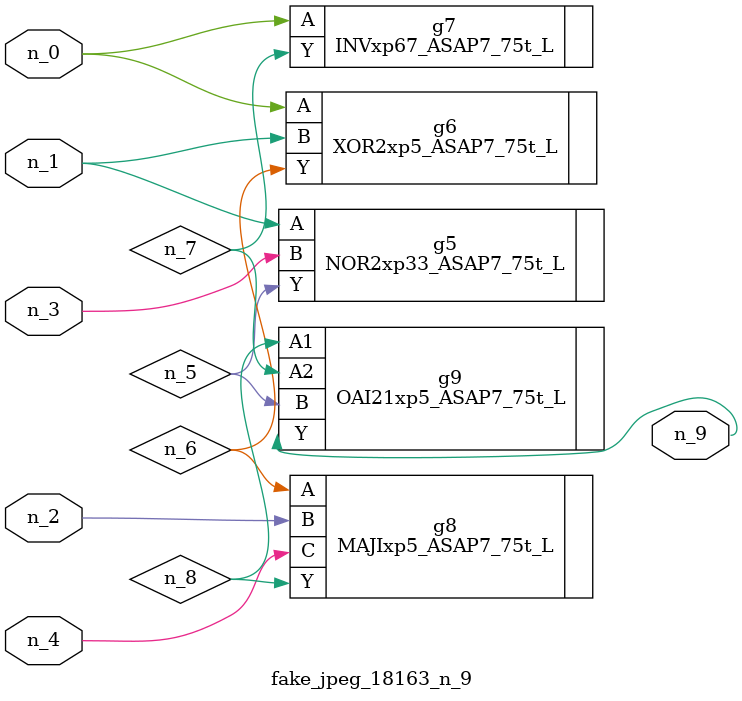
<source format=v>
module fake_jpeg_18163_n_9 (n_3, n_2, n_1, n_0, n_4, n_9);

input n_3;
input n_2;
input n_1;
input n_0;
input n_4;

output n_9;

wire n_8;
wire n_6;
wire n_5;
wire n_7;

NOR2xp33_ASAP7_75t_L g5 ( 
.A(n_1),
.B(n_3),
.Y(n_5)
);

XOR2xp5_ASAP7_75t_L g6 ( 
.A(n_0),
.B(n_1),
.Y(n_6)
);

INVxp67_ASAP7_75t_L g7 ( 
.A(n_0),
.Y(n_7)
);

MAJIxp5_ASAP7_75t_L g8 ( 
.A(n_6),
.B(n_2),
.C(n_4),
.Y(n_8)
);

OAI21xp5_ASAP7_75t_L g9 ( 
.A1(n_8),
.A2(n_7),
.B(n_5),
.Y(n_9)
);


endmodule
</source>
